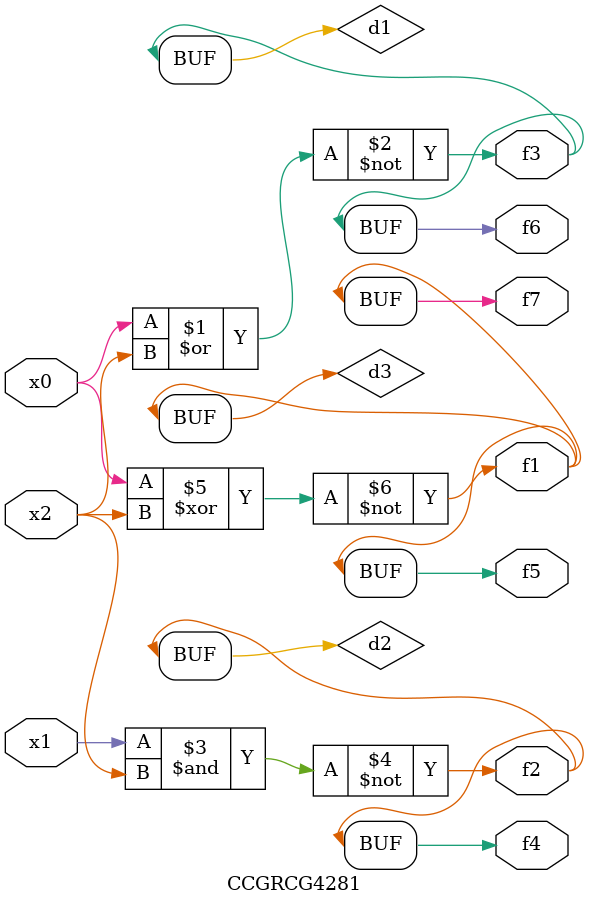
<source format=v>
module CCGRCG4281(
	input x0, x1, x2,
	output f1, f2, f3, f4, f5, f6, f7
);

	wire d1, d2, d3;

	nor (d1, x0, x2);
	nand (d2, x1, x2);
	xnor (d3, x0, x2);
	assign f1 = d3;
	assign f2 = d2;
	assign f3 = d1;
	assign f4 = d2;
	assign f5 = d3;
	assign f6 = d1;
	assign f7 = d3;
endmodule

</source>
